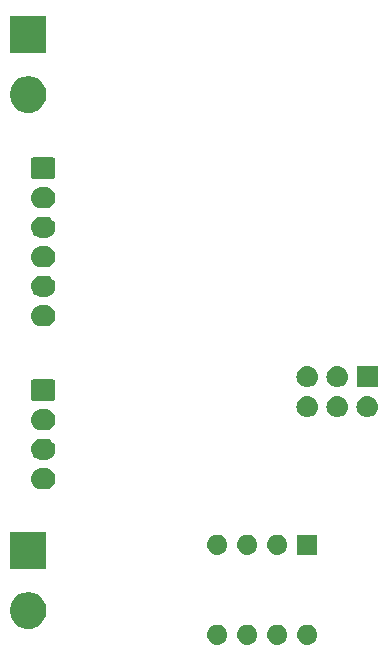
<source format=gbr>
G04 #@! TF.GenerationSoftware,KiCad,Pcbnew,5.1.4+dfsg1-1~bpo10+1*
G04 #@! TF.CreationDate,2019-10-25T23:34:54+10:00*
G04 #@! TF.ProjectId,interface,696e7465-7266-4616-9365-2e6b69636164,rev?*
G04 #@! TF.SameCoordinates,Original*
G04 #@! TF.FileFunction,Soldermask,Bot*
G04 #@! TF.FilePolarity,Negative*
%FSLAX46Y46*%
G04 Gerber Fmt 4.6, Leading zero omitted, Abs format (unit mm)*
G04 Created by KiCad (PCBNEW 5.1.4+dfsg1-1~bpo10+1) date 2019-10-25 23:34:54*
%MOMM*%
%LPD*%
G04 APERTURE LIST*
%ADD10C,0.100000*%
G04 APERTURE END LIST*
D10*
G36*
X118530823Y-111302313D02*
G01*
X118691242Y-111350976D01*
X118823906Y-111421886D01*
X118839078Y-111429996D01*
X118968659Y-111536341D01*
X119075004Y-111665922D01*
X119075005Y-111665924D01*
X119154024Y-111813758D01*
X119202687Y-111974177D01*
X119219117Y-112141000D01*
X119202687Y-112307823D01*
X119154024Y-112468242D01*
X119083114Y-112600906D01*
X119075004Y-112616078D01*
X118968659Y-112745659D01*
X118839078Y-112852004D01*
X118839076Y-112852005D01*
X118691242Y-112931024D01*
X118530823Y-112979687D01*
X118405804Y-112992000D01*
X118322196Y-112992000D01*
X118197177Y-112979687D01*
X118036758Y-112931024D01*
X117888924Y-112852005D01*
X117888922Y-112852004D01*
X117759341Y-112745659D01*
X117652996Y-112616078D01*
X117644886Y-112600906D01*
X117573976Y-112468242D01*
X117525313Y-112307823D01*
X117508883Y-112141000D01*
X117525313Y-111974177D01*
X117573976Y-111813758D01*
X117652995Y-111665924D01*
X117652996Y-111665922D01*
X117759341Y-111536341D01*
X117888922Y-111429996D01*
X117904094Y-111421886D01*
X118036758Y-111350976D01*
X118197177Y-111302313D01*
X118322196Y-111290000D01*
X118405804Y-111290000D01*
X118530823Y-111302313D01*
X118530823Y-111302313D01*
G37*
G36*
X115990823Y-111302313D02*
G01*
X116151242Y-111350976D01*
X116283906Y-111421886D01*
X116299078Y-111429996D01*
X116428659Y-111536341D01*
X116535004Y-111665922D01*
X116535005Y-111665924D01*
X116614024Y-111813758D01*
X116662687Y-111974177D01*
X116679117Y-112141000D01*
X116662687Y-112307823D01*
X116614024Y-112468242D01*
X116543114Y-112600906D01*
X116535004Y-112616078D01*
X116428659Y-112745659D01*
X116299078Y-112852004D01*
X116299076Y-112852005D01*
X116151242Y-112931024D01*
X115990823Y-112979687D01*
X115865804Y-112992000D01*
X115782196Y-112992000D01*
X115657177Y-112979687D01*
X115496758Y-112931024D01*
X115348924Y-112852005D01*
X115348922Y-112852004D01*
X115219341Y-112745659D01*
X115112996Y-112616078D01*
X115104886Y-112600906D01*
X115033976Y-112468242D01*
X114985313Y-112307823D01*
X114968883Y-112141000D01*
X114985313Y-111974177D01*
X115033976Y-111813758D01*
X115112995Y-111665924D01*
X115112996Y-111665922D01*
X115219341Y-111536341D01*
X115348922Y-111429996D01*
X115364094Y-111421886D01*
X115496758Y-111350976D01*
X115657177Y-111302313D01*
X115782196Y-111290000D01*
X115865804Y-111290000D01*
X115990823Y-111302313D01*
X115990823Y-111302313D01*
G37*
G36*
X123610823Y-111302313D02*
G01*
X123771242Y-111350976D01*
X123903906Y-111421886D01*
X123919078Y-111429996D01*
X124048659Y-111536341D01*
X124155004Y-111665922D01*
X124155005Y-111665924D01*
X124234024Y-111813758D01*
X124282687Y-111974177D01*
X124299117Y-112141000D01*
X124282687Y-112307823D01*
X124234024Y-112468242D01*
X124163114Y-112600906D01*
X124155004Y-112616078D01*
X124048659Y-112745659D01*
X123919078Y-112852004D01*
X123919076Y-112852005D01*
X123771242Y-112931024D01*
X123610823Y-112979687D01*
X123485804Y-112992000D01*
X123402196Y-112992000D01*
X123277177Y-112979687D01*
X123116758Y-112931024D01*
X122968924Y-112852005D01*
X122968922Y-112852004D01*
X122839341Y-112745659D01*
X122732996Y-112616078D01*
X122724886Y-112600906D01*
X122653976Y-112468242D01*
X122605313Y-112307823D01*
X122588883Y-112141000D01*
X122605313Y-111974177D01*
X122653976Y-111813758D01*
X122732995Y-111665924D01*
X122732996Y-111665922D01*
X122839341Y-111536341D01*
X122968922Y-111429996D01*
X122984094Y-111421886D01*
X123116758Y-111350976D01*
X123277177Y-111302313D01*
X123402196Y-111290000D01*
X123485804Y-111290000D01*
X123610823Y-111302313D01*
X123610823Y-111302313D01*
G37*
G36*
X121070823Y-111302313D02*
G01*
X121231242Y-111350976D01*
X121363906Y-111421886D01*
X121379078Y-111429996D01*
X121508659Y-111536341D01*
X121615004Y-111665922D01*
X121615005Y-111665924D01*
X121694024Y-111813758D01*
X121742687Y-111974177D01*
X121759117Y-112141000D01*
X121742687Y-112307823D01*
X121694024Y-112468242D01*
X121623114Y-112600906D01*
X121615004Y-112616078D01*
X121508659Y-112745659D01*
X121379078Y-112852004D01*
X121379076Y-112852005D01*
X121231242Y-112931024D01*
X121070823Y-112979687D01*
X120945804Y-112992000D01*
X120862196Y-112992000D01*
X120737177Y-112979687D01*
X120576758Y-112931024D01*
X120428924Y-112852005D01*
X120428922Y-112852004D01*
X120299341Y-112745659D01*
X120192996Y-112616078D01*
X120184886Y-112600906D01*
X120113976Y-112468242D01*
X120065313Y-112307823D01*
X120048883Y-112141000D01*
X120065313Y-111974177D01*
X120113976Y-111813758D01*
X120192995Y-111665924D01*
X120192996Y-111665922D01*
X120299341Y-111536341D01*
X120428922Y-111429996D01*
X120444094Y-111421886D01*
X120576758Y-111350976D01*
X120737177Y-111302313D01*
X120862196Y-111290000D01*
X120945804Y-111290000D01*
X121070823Y-111302313D01*
X121070823Y-111302313D01*
G37*
G36*
X100124585Y-108587802D02*
G01*
X100274410Y-108617604D01*
X100556674Y-108734521D01*
X100810705Y-108904259D01*
X101026741Y-109120295D01*
X101196479Y-109374326D01*
X101313396Y-109656590D01*
X101373000Y-109956240D01*
X101373000Y-110261760D01*
X101313396Y-110561410D01*
X101196479Y-110843674D01*
X101026741Y-111097705D01*
X100810705Y-111313741D01*
X100556674Y-111483479D01*
X100274410Y-111600396D01*
X100124585Y-111630198D01*
X99974761Y-111660000D01*
X99669239Y-111660000D01*
X99519415Y-111630198D01*
X99369590Y-111600396D01*
X99087326Y-111483479D01*
X98833295Y-111313741D01*
X98617259Y-111097705D01*
X98447521Y-110843674D01*
X98330604Y-110561410D01*
X98271000Y-110261760D01*
X98271000Y-109956240D01*
X98330604Y-109656590D01*
X98447521Y-109374326D01*
X98617259Y-109120295D01*
X98833295Y-108904259D01*
X99087326Y-108734521D01*
X99369590Y-108617604D01*
X99519415Y-108587802D01*
X99669239Y-108558000D01*
X99974761Y-108558000D01*
X100124585Y-108587802D01*
X100124585Y-108587802D01*
G37*
G36*
X101373000Y-106580000D02*
G01*
X98271000Y-106580000D01*
X98271000Y-103478000D01*
X101373000Y-103478000D01*
X101373000Y-106580000D01*
X101373000Y-106580000D01*
G37*
G36*
X124295000Y-105372000D02*
G01*
X122593000Y-105372000D01*
X122593000Y-103670000D01*
X124295000Y-103670000D01*
X124295000Y-105372000D01*
X124295000Y-105372000D01*
G37*
G36*
X115990823Y-103682313D02*
G01*
X116151242Y-103730976D01*
X116283906Y-103801886D01*
X116299078Y-103809996D01*
X116428659Y-103916341D01*
X116535004Y-104045922D01*
X116535005Y-104045924D01*
X116614024Y-104193758D01*
X116662687Y-104354177D01*
X116679117Y-104521000D01*
X116662687Y-104687823D01*
X116614024Y-104848242D01*
X116543114Y-104980906D01*
X116535004Y-104996078D01*
X116428659Y-105125659D01*
X116299078Y-105232004D01*
X116299076Y-105232005D01*
X116151242Y-105311024D01*
X115990823Y-105359687D01*
X115865804Y-105372000D01*
X115782196Y-105372000D01*
X115657177Y-105359687D01*
X115496758Y-105311024D01*
X115348924Y-105232005D01*
X115348922Y-105232004D01*
X115219341Y-105125659D01*
X115112996Y-104996078D01*
X115104886Y-104980906D01*
X115033976Y-104848242D01*
X114985313Y-104687823D01*
X114968883Y-104521000D01*
X114985313Y-104354177D01*
X115033976Y-104193758D01*
X115112995Y-104045924D01*
X115112996Y-104045922D01*
X115219341Y-103916341D01*
X115348922Y-103809996D01*
X115364094Y-103801886D01*
X115496758Y-103730976D01*
X115657177Y-103682313D01*
X115782196Y-103670000D01*
X115865804Y-103670000D01*
X115990823Y-103682313D01*
X115990823Y-103682313D01*
G37*
G36*
X118530823Y-103682313D02*
G01*
X118691242Y-103730976D01*
X118823906Y-103801886D01*
X118839078Y-103809996D01*
X118968659Y-103916341D01*
X119075004Y-104045922D01*
X119075005Y-104045924D01*
X119154024Y-104193758D01*
X119202687Y-104354177D01*
X119219117Y-104521000D01*
X119202687Y-104687823D01*
X119154024Y-104848242D01*
X119083114Y-104980906D01*
X119075004Y-104996078D01*
X118968659Y-105125659D01*
X118839078Y-105232004D01*
X118839076Y-105232005D01*
X118691242Y-105311024D01*
X118530823Y-105359687D01*
X118405804Y-105372000D01*
X118322196Y-105372000D01*
X118197177Y-105359687D01*
X118036758Y-105311024D01*
X117888924Y-105232005D01*
X117888922Y-105232004D01*
X117759341Y-105125659D01*
X117652996Y-104996078D01*
X117644886Y-104980906D01*
X117573976Y-104848242D01*
X117525313Y-104687823D01*
X117508883Y-104521000D01*
X117525313Y-104354177D01*
X117573976Y-104193758D01*
X117652995Y-104045924D01*
X117652996Y-104045922D01*
X117759341Y-103916341D01*
X117888922Y-103809996D01*
X117904094Y-103801886D01*
X118036758Y-103730976D01*
X118197177Y-103682313D01*
X118322196Y-103670000D01*
X118405804Y-103670000D01*
X118530823Y-103682313D01*
X118530823Y-103682313D01*
G37*
G36*
X121070823Y-103682313D02*
G01*
X121231242Y-103730976D01*
X121363906Y-103801886D01*
X121379078Y-103809996D01*
X121508659Y-103916341D01*
X121615004Y-104045922D01*
X121615005Y-104045924D01*
X121694024Y-104193758D01*
X121742687Y-104354177D01*
X121759117Y-104521000D01*
X121742687Y-104687823D01*
X121694024Y-104848242D01*
X121623114Y-104980906D01*
X121615004Y-104996078D01*
X121508659Y-105125659D01*
X121379078Y-105232004D01*
X121379076Y-105232005D01*
X121231242Y-105311024D01*
X121070823Y-105359687D01*
X120945804Y-105372000D01*
X120862196Y-105372000D01*
X120737177Y-105359687D01*
X120576758Y-105311024D01*
X120428924Y-105232005D01*
X120428922Y-105232004D01*
X120299341Y-105125659D01*
X120192996Y-104996078D01*
X120184886Y-104980906D01*
X120113976Y-104848242D01*
X120065313Y-104687823D01*
X120048883Y-104521000D01*
X120065313Y-104354177D01*
X120113976Y-104193758D01*
X120192995Y-104045924D01*
X120192996Y-104045922D01*
X120299341Y-103916341D01*
X120428922Y-103809996D01*
X120444094Y-103801886D01*
X120576758Y-103730976D01*
X120737177Y-103682313D01*
X120862196Y-103670000D01*
X120945804Y-103670000D01*
X121070823Y-103682313D01*
X121070823Y-103682313D01*
G37*
G36*
X101327443Y-98045519D02*
G01*
X101393627Y-98052037D01*
X101563466Y-98103557D01*
X101719991Y-98187222D01*
X101755729Y-98216552D01*
X101857186Y-98299814D01*
X101940448Y-98401271D01*
X101969778Y-98437009D01*
X102053443Y-98593534D01*
X102104963Y-98763373D01*
X102122359Y-98940000D01*
X102104963Y-99116627D01*
X102053443Y-99286466D01*
X101969778Y-99442991D01*
X101940448Y-99478729D01*
X101857186Y-99580186D01*
X101755729Y-99663448D01*
X101719991Y-99692778D01*
X101563466Y-99776443D01*
X101393627Y-99827963D01*
X101327443Y-99834481D01*
X101261260Y-99841000D01*
X100922740Y-99841000D01*
X100856557Y-99834481D01*
X100790373Y-99827963D01*
X100620534Y-99776443D01*
X100464009Y-99692778D01*
X100428271Y-99663448D01*
X100326814Y-99580186D01*
X100243552Y-99478729D01*
X100214222Y-99442991D01*
X100130557Y-99286466D01*
X100079037Y-99116627D01*
X100061641Y-98940000D01*
X100079037Y-98763373D01*
X100130557Y-98593534D01*
X100214222Y-98437009D01*
X100243552Y-98401271D01*
X100326814Y-98299814D01*
X100428271Y-98216552D01*
X100464009Y-98187222D01*
X100620534Y-98103557D01*
X100790373Y-98052037D01*
X100856557Y-98045519D01*
X100922740Y-98039000D01*
X101261260Y-98039000D01*
X101327443Y-98045519D01*
X101327443Y-98045519D01*
G37*
G36*
X101327442Y-95545518D02*
G01*
X101393627Y-95552037D01*
X101563466Y-95603557D01*
X101719991Y-95687222D01*
X101755729Y-95716552D01*
X101857186Y-95799814D01*
X101940448Y-95901271D01*
X101969778Y-95937009D01*
X102053443Y-96093534D01*
X102104963Y-96263373D01*
X102122359Y-96440000D01*
X102104963Y-96616627D01*
X102053443Y-96786466D01*
X101969778Y-96942991D01*
X101940448Y-96978729D01*
X101857186Y-97080186D01*
X101755729Y-97163448D01*
X101719991Y-97192778D01*
X101563466Y-97276443D01*
X101393627Y-97327963D01*
X101327443Y-97334481D01*
X101261260Y-97341000D01*
X100922740Y-97341000D01*
X100856557Y-97334481D01*
X100790373Y-97327963D01*
X100620534Y-97276443D01*
X100464009Y-97192778D01*
X100428271Y-97163448D01*
X100326814Y-97080186D01*
X100243552Y-96978729D01*
X100214222Y-96942991D01*
X100130557Y-96786466D01*
X100079037Y-96616627D01*
X100061641Y-96440000D01*
X100079037Y-96263373D01*
X100130557Y-96093534D01*
X100214222Y-95937009D01*
X100243552Y-95901271D01*
X100326814Y-95799814D01*
X100428271Y-95716552D01*
X100464009Y-95687222D01*
X100620534Y-95603557D01*
X100790373Y-95552037D01*
X100856558Y-95545518D01*
X100922740Y-95539000D01*
X101261260Y-95539000D01*
X101327442Y-95545518D01*
X101327442Y-95545518D01*
G37*
G36*
X101327442Y-93045518D02*
G01*
X101393627Y-93052037D01*
X101563466Y-93103557D01*
X101719991Y-93187222D01*
X101755729Y-93216552D01*
X101857186Y-93299814D01*
X101940448Y-93401271D01*
X101969778Y-93437009D01*
X102053443Y-93593534D01*
X102104963Y-93763373D01*
X102122359Y-93940000D01*
X102104963Y-94116627D01*
X102053443Y-94286466D01*
X101969778Y-94442991D01*
X101940448Y-94478729D01*
X101857186Y-94580186D01*
X101755729Y-94663448D01*
X101719991Y-94692778D01*
X101563466Y-94776443D01*
X101393627Y-94827963D01*
X101327443Y-94834481D01*
X101261260Y-94841000D01*
X100922740Y-94841000D01*
X100856557Y-94834481D01*
X100790373Y-94827963D01*
X100620534Y-94776443D01*
X100464009Y-94692778D01*
X100428271Y-94663448D01*
X100326814Y-94580186D01*
X100243552Y-94478729D01*
X100214222Y-94442991D01*
X100130557Y-94286466D01*
X100079037Y-94116627D01*
X100061641Y-93940000D01*
X100079037Y-93763373D01*
X100130557Y-93593534D01*
X100214222Y-93437009D01*
X100243552Y-93401271D01*
X100326814Y-93299814D01*
X100428271Y-93216552D01*
X100464009Y-93187222D01*
X100620534Y-93103557D01*
X100790373Y-93052037D01*
X100856558Y-93045518D01*
X100922740Y-93039000D01*
X101261260Y-93039000D01*
X101327442Y-93045518D01*
X101327442Y-93045518D01*
G37*
G36*
X126094443Y-91942519D02*
G01*
X126160627Y-91949037D01*
X126330466Y-92000557D01*
X126486991Y-92084222D01*
X126522729Y-92113552D01*
X126624186Y-92196814D01*
X126699675Y-92288799D01*
X126736778Y-92334009D01*
X126820443Y-92490534D01*
X126871963Y-92660373D01*
X126889359Y-92837000D01*
X126871963Y-93013627D01*
X126820443Y-93183466D01*
X126736778Y-93339991D01*
X126707448Y-93375729D01*
X126624186Y-93477186D01*
X126522729Y-93560448D01*
X126486991Y-93589778D01*
X126330466Y-93673443D01*
X126160627Y-93724963D01*
X126094443Y-93731481D01*
X126028260Y-93738000D01*
X125939740Y-93738000D01*
X125873557Y-93731481D01*
X125807373Y-93724963D01*
X125637534Y-93673443D01*
X125481009Y-93589778D01*
X125445271Y-93560448D01*
X125343814Y-93477186D01*
X125260552Y-93375729D01*
X125231222Y-93339991D01*
X125147557Y-93183466D01*
X125096037Y-93013627D01*
X125078641Y-92837000D01*
X125096037Y-92660373D01*
X125147557Y-92490534D01*
X125231222Y-92334009D01*
X125268325Y-92288799D01*
X125343814Y-92196814D01*
X125445271Y-92113552D01*
X125481009Y-92084222D01*
X125637534Y-92000557D01*
X125807373Y-91949037D01*
X125873557Y-91942519D01*
X125939740Y-91936000D01*
X126028260Y-91936000D01*
X126094443Y-91942519D01*
X126094443Y-91942519D01*
G37*
G36*
X123554443Y-91942519D02*
G01*
X123620627Y-91949037D01*
X123790466Y-92000557D01*
X123946991Y-92084222D01*
X123982729Y-92113552D01*
X124084186Y-92196814D01*
X124159675Y-92288799D01*
X124196778Y-92334009D01*
X124280443Y-92490534D01*
X124331963Y-92660373D01*
X124349359Y-92837000D01*
X124331963Y-93013627D01*
X124280443Y-93183466D01*
X124196778Y-93339991D01*
X124167448Y-93375729D01*
X124084186Y-93477186D01*
X123982729Y-93560448D01*
X123946991Y-93589778D01*
X123790466Y-93673443D01*
X123620627Y-93724963D01*
X123554443Y-93731481D01*
X123488260Y-93738000D01*
X123399740Y-93738000D01*
X123333557Y-93731481D01*
X123267373Y-93724963D01*
X123097534Y-93673443D01*
X122941009Y-93589778D01*
X122905271Y-93560448D01*
X122803814Y-93477186D01*
X122720552Y-93375729D01*
X122691222Y-93339991D01*
X122607557Y-93183466D01*
X122556037Y-93013627D01*
X122538641Y-92837000D01*
X122556037Y-92660373D01*
X122607557Y-92490534D01*
X122691222Y-92334009D01*
X122728325Y-92288799D01*
X122803814Y-92196814D01*
X122905271Y-92113552D01*
X122941009Y-92084222D01*
X123097534Y-92000557D01*
X123267373Y-91949037D01*
X123333557Y-91942519D01*
X123399740Y-91936000D01*
X123488260Y-91936000D01*
X123554443Y-91942519D01*
X123554443Y-91942519D01*
G37*
G36*
X128634443Y-91942519D02*
G01*
X128700627Y-91949037D01*
X128870466Y-92000557D01*
X129026991Y-92084222D01*
X129062729Y-92113552D01*
X129164186Y-92196814D01*
X129239675Y-92288799D01*
X129276778Y-92334009D01*
X129360443Y-92490534D01*
X129411963Y-92660373D01*
X129429359Y-92837000D01*
X129411963Y-93013627D01*
X129360443Y-93183466D01*
X129276778Y-93339991D01*
X129247448Y-93375729D01*
X129164186Y-93477186D01*
X129062729Y-93560448D01*
X129026991Y-93589778D01*
X128870466Y-93673443D01*
X128700627Y-93724963D01*
X128634443Y-93731481D01*
X128568260Y-93738000D01*
X128479740Y-93738000D01*
X128413557Y-93731481D01*
X128347373Y-93724963D01*
X128177534Y-93673443D01*
X128021009Y-93589778D01*
X127985271Y-93560448D01*
X127883814Y-93477186D01*
X127800552Y-93375729D01*
X127771222Y-93339991D01*
X127687557Y-93183466D01*
X127636037Y-93013627D01*
X127618641Y-92837000D01*
X127636037Y-92660373D01*
X127687557Y-92490534D01*
X127771222Y-92334009D01*
X127808325Y-92288799D01*
X127883814Y-92196814D01*
X127985271Y-92113552D01*
X128021009Y-92084222D01*
X128177534Y-92000557D01*
X128347373Y-91949037D01*
X128413557Y-91942519D01*
X128479740Y-91936000D01*
X128568260Y-91936000D01*
X128634443Y-91942519D01*
X128634443Y-91942519D01*
G37*
G36*
X101975600Y-90542989D02*
G01*
X102008652Y-90553015D01*
X102039103Y-90569292D01*
X102065799Y-90591201D01*
X102087708Y-90617897D01*
X102103985Y-90648348D01*
X102114011Y-90681400D01*
X102118000Y-90721903D01*
X102118000Y-92158097D01*
X102114011Y-92198600D01*
X102103985Y-92231652D01*
X102087708Y-92262103D01*
X102065799Y-92288799D01*
X102039103Y-92310708D01*
X102008652Y-92326985D01*
X101975600Y-92337011D01*
X101935097Y-92341000D01*
X100248903Y-92341000D01*
X100208400Y-92337011D01*
X100175348Y-92326985D01*
X100144897Y-92310708D01*
X100118201Y-92288799D01*
X100096292Y-92262103D01*
X100080015Y-92231652D01*
X100069989Y-92198600D01*
X100066000Y-92158097D01*
X100066000Y-90721903D01*
X100069989Y-90681400D01*
X100080015Y-90648348D01*
X100096292Y-90617897D01*
X100118201Y-90591201D01*
X100144897Y-90569292D01*
X100175348Y-90553015D01*
X100208400Y-90542989D01*
X100248903Y-90539000D01*
X101935097Y-90539000D01*
X101975600Y-90542989D01*
X101975600Y-90542989D01*
G37*
G36*
X129425000Y-91198000D02*
G01*
X127623000Y-91198000D01*
X127623000Y-89396000D01*
X129425000Y-89396000D01*
X129425000Y-91198000D01*
X129425000Y-91198000D01*
G37*
G36*
X126094443Y-89402519D02*
G01*
X126160627Y-89409037D01*
X126330466Y-89460557D01*
X126486991Y-89544222D01*
X126522729Y-89573552D01*
X126624186Y-89656814D01*
X126707448Y-89758271D01*
X126736778Y-89794009D01*
X126820443Y-89950534D01*
X126871963Y-90120373D01*
X126889359Y-90297000D01*
X126871963Y-90473627D01*
X126828199Y-90617897D01*
X126820442Y-90643468D01*
X126813330Y-90656774D01*
X126736778Y-90799991D01*
X126707448Y-90835729D01*
X126624186Y-90937186D01*
X126522729Y-91020448D01*
X126486991Y-91049778D01*
X126330466Y-91133443D01*
X126160627Y-91184963D01*
X126094443Y-91191481D01*
X126028260Y-91198000D01*
X125939740Y-91198000D01*
X125873557Y-91191481D01*
X125807373Y-91184963D01*
X125637534Y-91133443D01*
X125481009Y-91049778D01*
X125445271Y-91020448D01*
X125343814Y-90937186D01*
X125260552Y-90835729D01*
X125231222Y-90799991D01*
X125154670Y-90656774D01*
X125147558Y-90643468D01*
X125139801Y-90617897D01*
X125096037Y-90473627D01*
X125078641Y-90297000D01*
X125096037Y-90120373D01*
X125147557Y-89950534D01*
X125231222Y-89794009D01*
X125260552Y-89758271D01*
X125343814Y-89656814D01*
X125445271Y-89573552D01*
X125481009Y-89544222D01*
X125637534Y-89460557D01*
X125807373Y-89409037D01*
X125873557Y-89402519D01*
X125939740Y-89396000D01*
X126028260Y-89396000D01*
X126094443Y-89402519D01*
X126094443Y-89402519D01*
G37*
G36*
X123554443Y-89402519D02*
G01*
X123620627Y-89409037D01*
X123790466Y-89460557D01*
X123946991Y-89544222D01*
X123982729Y-89573552D01*
X124084186Y-89656814D01*
X124167448Y-89758271D01*
X124196778Y-89794009D01*
X124280443Y-89950534D01*
X124331963Y-90120373D01*
X124349359Y-90297000D01*
X124331963Y-90473627D01*
X124288199Y-90617897D01*
X124280442Y-90643468D01*
X124273330Y-90656774D01*
X124196778Y-90799991D01*
X124167448Y-90835729D01*
X124084186Y-90937186D01*
X123982729Y-91020448D01*
X123946991Y-91049778D01*
X123790466Y-91133443D01*
X123620627Y-91184963D01*
X123554443Y-91191481D01*
X123488260Y-91198000D01*
X123399740Y-91198000D01*
X123333557Y-91191481D01*
X123267373Y-91184963D01*
X123097534Y-91133443D01*
X122941009Y-91049778D01*
X122905271Y-91020448D01*
X122803814Y-90937186D01*
X122720552Y-90835729D01*
X122691222Y-90799991D01*
X122614670Y-90656774D01*
X122607558Y-90643468D01*
X122599801Y-90617897D01*
X122556037Y-90473627D01*
X122538641Y-90297000D01*
X122556037Y-90120373D01*
X122607557Y-89950534D01*
X122691222Y-89794009D01*
X122720552Y-89758271D01*
X122803814Y-89656814D01*
X122905271Y-89573552D01*
X122941009Y-89544222D01*
X123097534Y-89460557D01*
X123267373Y-89409037D01*
X123333557Y-89402519D01*
X123399740Y-89396000D01*
X123488260Y-89396000D01*
X123554443Y-89402519D01*
X123554443Y-89402519D01*
G37*
G36*
X101327442Y-84249518D02*
G01*
X101393627Y-84256037D01*
X101563466Y-84307557D01*
X101719991Y-84391222D01*
X101755729Y-84420552D01*
X101857186Y-84503814D01*
X101940448Y-84605271D01*
X101969778Y-84641009D01*
X102053443Y-84797534D01*
X102104963Y-84967373D01*
X102122359Y-85144000D01*
X102104963Y-85320627D01*
X102053443Y-85490466D01*
X101969778Y-85646991D01*
X101940448Y-85682729D01*
X101857186Y-85784186D01*
X101755729Y-85867448D01*
X101719991Y-85896778D01*
X101563466Y-85980443D01*
X101393627Y-86031963D01*
X101327442Y-86038482D01*
X101261260Y-86045000D01*
X100922740Y-86045000D01*
X100856558Y-86038482D01*
X100790373Y-86031963D01*
X100620534Y-85980443D01*
X100464009Y-85896778D01*
X100428271Y-85867448D01*
X100326814Y-85784186D01*
X100243552Y-85682729D01*
X100214222Y-85646991D01*
X100130557Y-85490466D01*
X100079037Y-85320627D01*
X100061641Y-85144000D01*
X100079037Y-84967373D01*
X100130557Y-84797534D01*
X100214222Y-84641009D01*
X100243552Y-84605271D01*
X100326814Y-84503814D01*
X100428271Y-84420552D01*
X100464009Y-84391222D01*
X100620534Y-84307557D01*
X100790373Y-84256037D01*
X100856558Y-84249518D01*
X100922740Y-84243000D01*
X101261260Y-84243000D01*
X101327442Y-84249518D01*
X101327442Y-84249518D01*
G37*
G36*
X101327443Y-81749519D02*
G01*
X101393627Y-81756037D01*
X101563466Y-81807557D01*
X101719991Y-81891222D01*
X101755729Y-81920552D01*
X101857186Y-82003814D01*
X101940448Y-82105271D01*
X101969778Y-82141009D01*
X102053443Y-82297534D01*
X102104963Y-82467373D01*
X102122359Y-82644000D01*
X102104963Y-82820627D01*
X102053443Y-82990466D01*
X101969778Y-83146991D01*
X101940448Y-83182729D01*
X101857186Y-83284186D01*
X101755729Y-83367448D01*
X101719991Y-83396778D01*
X101563466Y-83480443D01*
X101393627Y-83531963D01*
X101327442Y-83538482D01*
X101261260Y-83545000D01*
X100922740Y-83545000D01*
X100856558Y-83538482D01*
X100790373Y-83531963D01*
X100620534Y-83480443D01*
X100464009Y-83396778D01*
X100428271Y-83367448D01*
X100326814Y-83284186D01*
X100243552Y-83182729D01*
X100214222Y-83146991D01*
X100130557Y-82990466D01*
X100079037Y-82820627D01*
X100061641Y-82644000D01*
X100079037Y-82467373D01*
X100130557Y-82297534D01*
X100214222Y-82141009D01*
X100243552Y-82105271D01*
X100326814Y-82003814D01*
X100428271Y-81920552D01*
X100464009Y-81891222D01*
X100620534Y-81807557D01*
X100790373Y-81756037D01*
X100856557Y-81749519D01*
X100922740Y-81743000D01*
X101261260Y-81743000D01*
X101327443Y-81749519D01*
X101327443Y-81749519D01*
G37*
G36*
X101327442Y-79249518D02*
G01*
X101393627Y-79256037D01*
X101563466Y-79307557D01*
X101719991Y-79391222D01*
X101755729Y-79420552D01*
X101857186Y-79503814D01*
X101940448Y-79605271D01*
X101969778Y-79641009D01*
X102053443Y-79797534D01*
X102104963Y-79967373D01*
X102122359Y-80144000D01*
X102104963Y-80320627D01*
X102053443Y-80490466D01*
X101969778Y-80646991D01*
X101940448Y-80682729D01*
X101857186Y-80784186D01*
X101755729Y-80867448D01*
X101719991Y-80896778D01*
X101563466Y-80980443D01*
X101393627Y-81031963D01*
X101327443Y-81038481D01*
X101261260Y-81045000D01*
X100922740Y-81045000D01*
X100856557Y-81038481D01*
X100790373Y-81031963D01*
X100620534Y-80980443D01*
X100464009Y-80896778D01*
X100428271Y-80867448D01*
X100326814Y-80784186D01*
X100243552Y-80682729D01*
X100214222Y-80646991D01*
X100130557Y-80490466D01*
X100079037Y-80320627D01*
X100061641Y-80144000D01*
X100079037Y-79967373D01*
X100130557Y-79797534D01*
X100214222Y-79641009D01*
X100243552Y-79605271D01*
X100326814Y-79503814D01*
X100428271Y-79420552D01*
X100464009Y-79391222D01*
X100620534Y-79307557D01*
X100790373Y-79256037D01*
X100856558Y-79249518D01*
X100922740Y-79243000D01*
X101261260Y-79243000D01*
X101327442Y-79249518D01*
X101327442Y-79249518D01*
G37*
G36*
X101327442Y-76749518D02*
G01*
X101393627Y-76756037D01*
X101563466Y-76807557D01*
X101719991Y-76891222D01*
X101755729Y-76920552D01*
X101857186Y-77003814D01*
X101940448Y-77105271D01*
X101969778Y-77141009D01*
X102053443Y-77297534D01*
X102104963Y-77467373D01*
X102122359Y-77644000D01*
X102104963Y-77820627D01*
X102053443Y-77990466D01*
X101969778Y-78146991D01*
X101940448Y-78182729D01*
X101857186Y-78284186D01*
X101755729Y-78367448D01*
X101719991Y-78396778D01*
X101563466Y-78480443D01*
X101393627Y-78531963D01*
X101327442Y-78538482D01*
X101261260Y-78545000D01*
X100922740Y-78545000D01*
X100856558Y-78538482D01*
X100790373Y-78531963D01*
X100620534Y-78480443D01*
X100464009Y-78396778D01*
X100428271Y-78367448D01*
X100326814Y-78284186D01*
X100243552Y-78182729D01*
X100214222Y-78146991D01*
X100130557Y-77990466D01*
X100079037Y-77820627D01*
X100061641Y-77644000D01*
X100079037Y-77467373D01*
X100130557Y-77297534D01*
X100214222Y-77141009D01*
X100243552Y-77105271D01*
X100326814Y-77003814D01*
X100428271Y-76920552D01*
X100464009Y-76891222D01*
X100620534Y-76807557D01*
X100790373Y-76756037D01*
X100856558Y-76749518D01*
X100922740Y-76743000D01*
X101261260Y-76743000D01*
X101327442Y-76749518D01*
X101327442Y-76749518D01*
G37*
G36*
X101327443Y-74249519D02*
G01*
X101393627Y-74256037D01*
X101563466Y-74307557D01*
X101719991Y-74391222D01*
X101755729Y-74420552D01*
X101857186Y-74503814D01*
X101940448Y-74605271D01*
X101969778Y-74641009D01*
X102053443Y-74797534D01*
X102104963Y-74967373D01*
X102122359Y-75144000D01*
X102104963Y-75320627D01*
X102053443Y-75490466D01*
X101969778Y-75646991D01*
X101940448Y-75682729D01*
X101857186Y-75784186D01*
X101755729Y-75867448D01*
X101719991Y-75896778D01*
X101563466Y-75980443D01*
X101393627Y-76031963D01*
X101327443Y-76038481D01*
X101261260Y-76045000D01*
X100922740Y-76045000D01*
X100856557Y-76038481D01*
X100790373Y-76031963D01*
X100620534Y-75980443D01*
X100464009Y-75896778D01*
X100428271Y-75867448D01*
X100326814Y-75784186D01*
X100243552Y-75682729D01*
X100214222Y-75646991D01*
X100130557Y-75490466D01*
X100079037Y-75320627D01*
X100061641Y-75144000D01*
X100079037Y-74967373D01*
X100130557Y-74797534D01*
X100214222Y-74641009D01*
X100243552Y-74605271D01*
X100326814Y-74503814D01*
X100428271Y-74420552D01*
X100464009Y-74391222D01*
X100620534Y-74307557D01*
X100790373Y-74256037D01*
X100856557Y-74249519D01*
X100922740Y-74243000D01*
X101261260Y-74243000D01*
X101327443Y-74249519D01*
X101327443Y-74249519D01*
G37*
G36*
X101975600Y-71746989D02*
G01*
X102008652Y-71757015D01*
X102039103Y-71773292D01*
X102065799Y-71795201D01*
X102087708Y-71821897D01*
X102103985Y-71852348D01*
X102114011Y-71885400D01*
X102118000Y-71925903D01*
X102118000Y-73362097D01*
X102114011Y-73402600D01*
X102103985Y-73435652D01*
X102087708Y-73466103D01*
X102065799Y-73492799D01*
X102039103Y-73514708D01*
X102008652Y-73530985D01*
X101975600Y-73541011D01*
X101935097Y-73545000D01*
X100248903Y-73545000D01*
X100208400Y-73541011D01*
X100175348Y-73530985D01*
X100144897Y-73514708D01*
X100118201Y-73492799D01*
X100096292Y-73466103D01*
X100080015Y-73435652D01*
X100069989Y-73402600D01*
X100066000Y-73362097D01*
X100066000Y-71925903D01*
X100069989Y-71885400D01*
X100080015Y-71852348D01*
X100096292Y-71821897D01*
X100118201Y-71795201D01*
X100144897Y-71773292D01*
X100175348Y-71757015D01*
X100208400Y-71746989D01*
X100248903Y-71743000D01*
X101935097Y-71743000D01*
X101975600Y-71746989D01*
X101975600Y-71746989D01*
G37*
G36*
X100124585Y-64899802D02*
G01*
X100274410Y-64929604D01*
X100556674Y-65046521D01*
X100810705Y-65216259D01*
X101026741Y-65432295D01*
X101196479Y-65686326D01*
X101313396Y-65968590D01*
X101373000Y-66268240D01*
X101373000Y-66573760D01*
X101313396Y-66873410D01*
X101196479Y-67155674D01*
X101026741Y-67409705D01*
X100810705Y-67625741D01*
X100556674Y-67795479D01*
X100274410Y-67912396D01*
X100124585Y-67942198D01*
X99974761Y-67972000D01*
X99669239Y-67972000D01*
X99519415Y-67942198D01*
X99369590Y-67912396D01*
X99087326Y-67795479D01*
X98833295Y-67625741D01*
X98617259Y-67409705D01*
X98447521Y-67155674D01*
X98330604Y-66873410D01*
X98271000Y-66573760D01*
X98271000Y-66268240D01*
X98330604Y-65968590D01*
X98447521Y-65686326D01*
X98617259Y-65432295D01*
X98833295Y-65216259D01*
X99087326Y-65046521D01*
X99369590Y-64929604D01*
X99519415Y-64899802D01*
X99669239Y-64870000D01*
X99974761Y-64870000D01*
X100124585Y-64899802D01*
X100124585Y-64899802D01*
G37*
G36*
X101373000Y-62892000D02*
G01*
X98271000Y-62892000D01*
X98271000Y-59790000D01*
X101373000Y-59790000D01*
X101373000Y-62892000D01*
X101373000Y-62892000D01*
G37*
M02*

</source>
